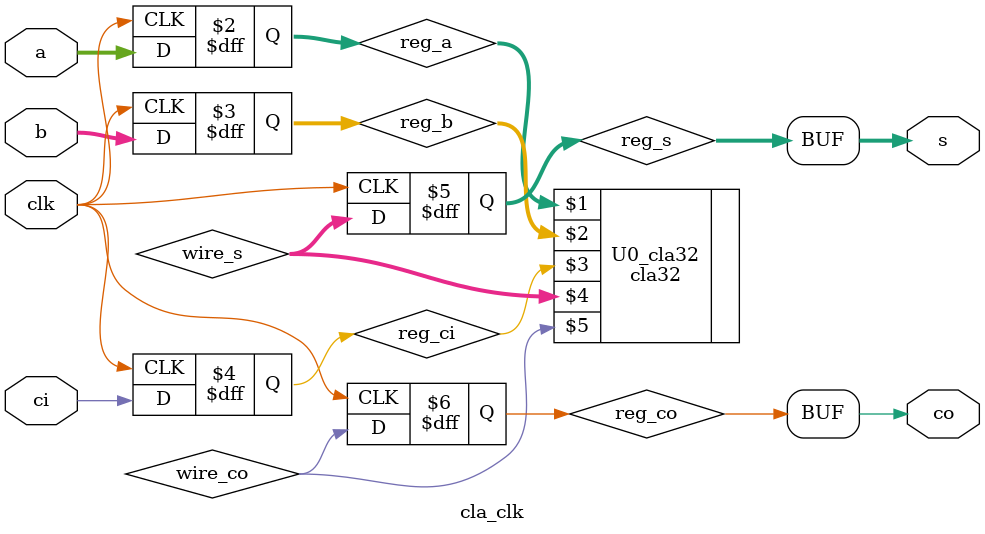
<source format=v>
module cla_clk(clk, a, b, ci, s, co); // 32-bits CLA with register
	input clk; // clock input
	input [31:0] a, b;
	input ci; // input carry in
	output [31:0] s;
	output co;
	
	//declare register & wire
	reg [31:0] reg_a, reg_b;
	reg reg_ci;
	reg [31:0] reg_s;
	reg reg_co;
	wire [31:0] wire_s;
	wire wire_co;
	
	always @ (posedge clk) // clock act at positive edge
	
	begin
	reg_a <= a;
	reg_b <= b;
	reg_ci <= ci;
	reg_s <= wire_s;
	reg_co <= wire_co;
	end
	
	//load cla32 module
	cla32 U0_cla32(reg_a, reg_b, reg_ci, wire_s, wire_co);
	
	assign s = reg_s;
	assign co = reg_co;
endmodule 
</source>
